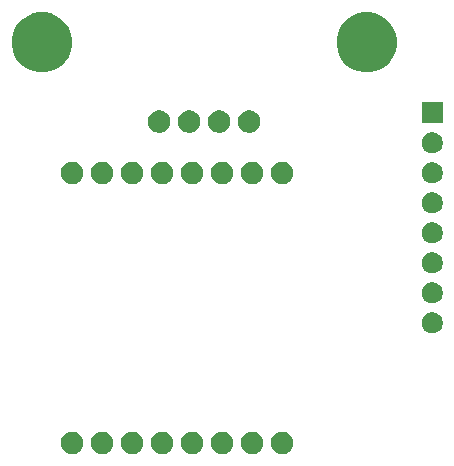
<source format=gbs>
G04 #@! TF.GenerationSoftware,KiCad,Pcbnew,5.1.5+dfsg1-2build2*
G04 #@! TF.CreationDate,2022-05-17T22:25:56-07:00*
G04 #@! TF.ProjectId,v2.2-Dev-Kit,76322e32-2d44-4657-962d-4b69742e6b69,rev?*
G04 #@! TF.SameCoordinates,Original*
G04 #@! TF.FileFunction,Soldermask,Bot*
G04 #@! TF.FilePolarity,Negative*
%FSLAX46Y46*%
G04 Gerber Fmt 4.6, Leading zero omitted, Abs format (unit mm)*
G04 Created by KiCad (PCBNEW 5.1.5+dfsg1-2build2) date 2022-05-17 22:25:56*
%MOMM*%
%LPD*%
G04 APERTURE LIST*
%ADD10C,0.150000*%
G04 APERTURE END LIST*
D10*
G36*
X6881395Y-8991546D02*
G01*
X7054466Y-9063234D01*
X7054467Y-9063235D01*
X7210227Y-9167310D01*
X7342690Y-9299773D01*
X7342691Y-9299775D01*
X7446766Y-9455534D01*
X7518454Y-9628605D01*
X7555000Y-9812333D01*
X7555000Y-9999667D01*
X7518454Y-10183395D01*
X7446766Y-10356466D01*
X7446765Y-10356467D01*
X7342690Y-10512227D01*
X7210227Y-10644690D01*
X7131818Y-10697081D01*
X7054466Y-10748766D01*
X6881395Y-10820454D01*
X6697667Y-10857000D01*
X6510333Y-10857000D01*
X6326605Y-10820454D01*
X6153534Y-10748766D01*
X6076182Y-10697081D01*
X5997773Y-10644690D01*
X5865310Y-10512227D01*
X5761235Y-10356467D01*
X5761234Y-10356466D01*
X5689546Y-10183395D01*
X5653000Y-9999667D01*
X5653000Y-9812333D01*
X5689546Y-9628605D01*
X5761234Y-9455534D01*
X5865309Y-9299775D01*
X5865310Y-9299773D01*
X5997773Y-9167310D01*
X6153533Y-9063235D01*
X6153534Y-9063234D01*
X6326605Y-8991546D01*
X6510333Y-8955000D01*
X6697667Y-8955000D01*
X6881395Y-8991546D01*
G37*
G36*
X1801395Y-8991546D02*
G01*
X1974466Y-9063234D01*
X1974467Y-9063235D01*
X2130227Y-9167310D01*
X2262690Y-9299773D01*
X2262691Y-9299775D01*
X2366766Y-9455534D01*
X2438454Y-9628605D01*
X2475000Y-9812333D01*
X2475000Y-9999667D01*
X2438454Y-10183395D01*
X2366766Y-10356466D01*
X2366765Y-10356467D01*
X2262690Y-10512227D01*
X2130227Y-10644690D01*
X2051818Y-10697081D01*
X1974466Y-10748766D01*
X1801395Y-10820454D01*
X1617667Y-10857000D01*
X1430333Y-10857000D01*
X1246605Y-10820454D01*
X1073534Y-10748766D01*
X996182Y-10697081D01*
X917773Y-10644690D01*
X785310Y-10512227D01*
X681235Y-10356467D01*
X681234Y-10356466D01*
X609546Y-10183395D01*
X573000Y-9999667D01*
X573000Y-9812333D01*
X609546Y-9628605D01*
X681234Y-9455534D01*
X785309Y-9299775D01*
X785310Y-9299773D01*
X917773Y-9167310D01*
X1073533Y-9063235D01*
X1073534Y-9063234D01*
X1246605Y-8991546D01*
X1430333Y-8955000D01*
X1617667Y-8955000D01*
X1801395Y-8991546D01*
G37*
G36*
X-738605Y-8991546D02*
G01*
X-565534Y-9063234D01*
X-565533Y-9063235D01*
X-409773Y-9167310D01*
X-277310Y-9299773D01*
X-277309Y-9299775D01*
X-173234Y-9455534D01*
X-101546Y-9628605D01*
X-65000Y-9812333D01*
X-65000Y-9999667D01*
X-101546Y-10183395D01*
X-173234Y-10356466D01*
X-173235Y-10356467D01*
X-277310Y-10512227D01*
X-409773Y-10644690D01*
X-488182Y-10697081D01*
X-565534Y-10748766D01*
X-738605Y-10820454D01*
X-922333Y-10857000D01*
X-1109667Y-10857000D01*
X-1293395Y-10820454D01*
X-1466466Y-10748766D01*
X-1543818Y-10697081D01*
X-1622227Y-10644690D01*
X-1754690Y-10512227D01*
X-1858765Y-10356467D01*
X-1858766Y-10356466D01*
X-1930454Y-10183395D01*
X-1967000Y-9999667D01*
X-1967000Y-9812333D01*
X-1930454Y-9628605D01*
X-1858766Y-9455534D01*
X-1754691Y-9299775D01*
X-1754690Y-9299773D01*
X-1622227Y-9167310D01*
X-1466467Y-9063235D01*
X-1466466Y-9063234D01*
X-1293395Y-8991546D01*
X-1109667Y-8955000D01*
X-922333Y-8955000D01*
X-738605Y-8991546D01*
G37*
G36*
X-3278605Y-8991546D02*
G01*
X-3105534Y-9063234D01*
X-3105533Y-9063235D01*
X-2949773Y-9167310D01*
X-2817310Y-9299773D01*
X-2817309Y-9299775D01*
X-2713234Y-9455534D01*
X-2641546Y-9628605D01*
X-2605000Y-9812333D01*
X-2605000Y-9999667D01*
X-2641546Y-10183395D01*
X-2713234Y-10356466D01*
X-2713235Y-10356467D01*
X-2817310Y-10512227D01*
X-2949773Y-10644690D01*
X-3028182Y-10697081D01*
X-3105534Y-10748766D01*
X-3278605Y-10820454D01*
X-3462333Y-10857000D01*
X-3649667Y-10857000D01*
X-3833395Y-10820454D01*
X-4006466Y-10748766D01*
X-4083818Y-10697081D01*
X-4162227Y-10644690D01*
X-4294690Y-10512227D01*
X-4398765Y-10356467D01*
X-4398766Y-10356466D01*
X-4470454Y-10183395D01*
X-4507000Y-9999667D01*
X-4507000Y-9812333D01*
X-4470454Y-9628605D01*
X-4398766Y-9455534D01*
X-4294691Y-9299775D01*
X-4294690Y-9299773D01*
X-4162227Y-9167310D01*
X-4006467Y-9063235D01*
X-4006466Y-9063234D01*
X-3833395Y-8991546D01*
X-3649667Y-8955000D01*
X-3462333Y-8955000D01*
X-3278605Y-8991546D01*
G37*
G36*
X-5818605Y-8991546D02*
G01*
X-5645534Y-9063234D01*
X-5645533Y-9063235D01*
X-5489773Y-9167310D01*
X-5357310Y-9299773D01*
X-5357309Y-9299775D01*
X-5253234Y-9455534D01*
X-5181546Y-9628605D01*
X-5145000Y-9812333D01*
X-5145000Y-9999667D01*
X-5181546Y-10183395D01*
X-5253234Y-10356466D01*
X-5253235Y-10356467D01*
X-5357310Y-10512227D01*
X-5489773Y-10644690D01*
X-5568182Y-10697081D01*
X-5645534Y-10748766D01*
X-5818605Y-10820454D01*
X-6002333Y-10857000D01*
X-6189667Y-10857000D01*
X-6373395Y-10820454D01*
X-6546466Y-10748766D01*
X-6623818Y-10697081D01*
X-6702227Y-10644690D01*
X-6834690Y-10512227D01*
X-6938765Y-10356467D01*
X-6938766Y-10356466D01*
X-7010454Y-10183395D01*
X-7047000Y-9999667D01*
X-7047000Y-9812333D01*
X-7010454Y-9628605D01*
X-6938766Y-9455534D01*
X-6834691Y-9299775D01*
X-6834690Y-9299773D01*
X-6702227Y-9167310D01*
X-6546467Y-9063235D01*
X-6546466Y-9063234D01*
X-6373395Y-8991546D01*
X-6189667Y-8955000D01*
X-6002333Y-8955000D01*
X-5818605Y-8991546D01*
G37*
G36*
X-8358605Y-8991546D02*
G01*
X-8185534Y-9063234D01*
X-8185533Y-9063235D01*
X-8029773Y-9167310D01*
X-7897310Y-9299773D01*
X-7897309Y-9299775D01*
X-7793234Y-9455534D01*
X-7721546Y-9628605D01*
X-7685000Y-9812333D01*
X-7685000Y-9999667D01*
X-7721546Y-10183395D01*
X-7793234Y-10356466D01*
X-7793235Y-10356467D01*
X-7897310Y-10512227D01*
X-8029773Y-10644690D01*
X-8108182Y-10697081D01*
X-8185534Y-10748766D01*
X-8358605Y-10820454D01*
X-8542333Y-10857000D01*
X-8729667Y-10857000D01*
X-8913395Y-10820454D01*
X-9086466Y-10748766D01*
X-9163818Y-10697081D01*
X-9242227Y-10644690D01*
X-9374690Y-10512227D01*
X-9478765Y-10356467D01*
X-9478766Y-10356466D01*
X-9550454Y-10183395D01*
X-9587000Y-9999667D01*
X-9587000Y-9812333D01*
X-9550454Y-9628605D01*
X-9478766Y-9455534D01*
X-9374691Y-9299775D01*
X-9374690Y-9299773D01*
X-9242227Y-9167310D01*
X-9086467Y-9063235D01*
X-9086466Y-9063234D01*
X-8913395Y-8991546D01*
X-8729667Y-8955000D01*
X-8542333Y-8955000D01*
X-8358605Y-8991546D01*
G37*
G36*
X-10898605Y-8991546D02*
G01*
X-10725534Y-9063234D01*
X-10725533Y-9063235D01*
X-10569773Y-9167310D01*
X-10437310Y-9299773D01*
X-10437309Y-9299775D01*
X-10333234Y-9455534D01*
X-10261546Y-9628605D01*
X-10225000Y-9812333D01*
X-10225000Y-9999667D01*
X-10261546Y-10183395D01*
X-10333234Y-10356466D01*
X-10333235Y-10356467D01*
X-10437310Y-10512227D01*
X-10569773Y-10644690D01*
X-10648182Y-10697081D01*
X-10725534Y-10748766D01*
X-10898605Y-10820454D01*
X-11082333Y-10857000D01*
X-11269667Y-10857000D01*
X-11453395Y-10820454D01*
X-11626466Y-10748766D01*
X-11703818Y-10697081D01*
X-11782227Y-10644690D01*
X-11914690Y-10512227D01*
X-12018765Y-10356467D01*
X-12018766Y-10356466D01*
X-12090454Y-10183395D01*
X-12127000Y-9999667D01*
X-12127000Y-9812333D01*
X-12090454Y-9628605D01*
X-12018766Y-9455534D01*
X-11914691Y-9299775D01*
X-11914690Y-9299773D01*
X-11782227Y-9167310D01*
X-11626467Y-9063235D01*
X-11626466Y-9063234D01*
X-11453395Y-8991546D01*
X-11269667Y-8955000D01*
X-11082333Y-8955000D01*
X-10898605Y-8991546D01*
G37*
G36*
X4341395Y-8991546D02*
G01*
X4514466Y-9063234D01*
X4514467Y-9063235D01*
X4670227Y-9167310D01*
X4802690Y-9299773D01*
X4802691Y-9299775D01*
X4906766Y-9455534D01*
X4978454Y-9628605D01*
X5015000Y-9812333D01*
X5015000Y-9999667D01*
X4978454Y-10183395D01*
X4906766Y-10356466D01*
X4906765Y-10356467D01*
X4802690Y-10512227D01*
X4670227Y-10644690D01*
X4591818Y-10697081D01*
X4514466Y-10748766D01*
X4341395Y-10820454D01*
X4157667Y-10857000D01*
X3970333Y-10857000D01*
X3786605Y-10820454D01*
X3613534Y-10748766D01*
X3536182Y-10697081D01*
X3457773Y-10644690D01*
X3325310Y-10512227D01*
X3221235Y-10356467D01*
X3221234Y-10356466D01*
X3149546Y-10183395D01*
X3113000Y-9999667D01*
X3113000Y-9812333D01*
X3149546Y-9628605D01*
X3221234Y-9455534D01*
X3325309Y-9299775D01*
X3325310Y-9299773D01*
X3457773Y-9167310D01*
X3613533Y-9063235D01*
X3613534Y-9063234D01*
X3786605Y-8991546D01*
X3970333Y-8955000D01*
X4157667Y-8955000D01*
X4341395Y-8991546D01*
G37*
G36*
X19417512Y1150073D02*
G01*
X19566812Y1120376D01*
X19730784Y1052456D01*
X19878354Y953853D01*
X20003853Y828354D01*
X20102456Y680784D01*
X20170376Y516812D01*
X20205000Y342741D01*
X20205000Y165259D01*
X20170376Y-8812D01*
X20102456Y-172784D01*
X20003853Y-320354D01*
X19878354Y-445853D01*
X19730784Y-544456D01*
X19566812Y-612376D01*
X19417512Y-642073D01*
X19392742Y-647000D01*
X19215258Y-647000D01*
X19190488Y-642073D01*
X19041188Y-612376D01*
X18877216Y-544456D01*
X18729646Y-445853D01*
X18604147Y-320354D01*
X18505544Y-172784D01*
X18437624Y-8812D01*
X18403000Y165259D01*
X18403000Y342741D01*
X18437624Y516812D01*
X18505544Y680784D01*
X18604147Y828354D01*
X18729646Y953853D01*
X18877216Y1052456D01*
X19041188Y1120376D01*
X19190488Y1150073D01*
X19215258Y1155000D01*
X19392742Y1155000D01*
X19417512Y1150073D01*
G37*
G36*
X19417512Y3690073D02*
G01*
X19566812Y3660376D01*
X19730784Y3592456D01*
X19878354Y3493853D01*
X20003853Y3368354D01*
X20102456Y3220784D01*
X20170376Y3056812D01*
X20205000Y2882741D01*
X20205000Y2705259D01*
X20170376Y2531188D01*
X20102456Y2367216D01*
X20003853Y2219646D01*
X19878354Y2094147D01*
X19730784Y1995544D01*
X19566812Y1927624D01*
X19417512Y1897927D01*
X19392742Y1893000D01*
X19215258Y1893000D01*
X19190488Y1897927D01*
X19041188Y1927624D01*
X18877216Y1995544D01*
X18729646Y2094147D01*
X18604147Y2219646D01*
X18505544Y2367216D01*
X18437624Y2531188D01*
X18403000Y2705259D01*
X18403000Y2882741D01*
X18437624Y3056812D01*
X18505544Y3220784D01*
X18604147Y3368354D01*
X18729646Y3493853D01*
X18877216Y3592456D01*
X19041188Y3660376D01*
X19190488Y3690073D01*
X19215258Y3695000D01*
X19392742Y3695000D01*
X19417512Y3690073D01*
G37*
G36*
X19417512Y6230073D02*
G01*
X19566812Y6200376D01*
X19730784Y6132456D01*
X19878354Y6033853D01*
X20003853Y5908354D01*
X20102456Y5760784D01*
X20170376Y5596812D01*
X20205000Y5422741D01*
X20205000Y5245259D01*
X20170376Y5071188D01*
X20102456Y4907216D01*
X20003853Y4759646D01*
X19878354Y4634147D01*
X19730784Y4535544D01*
X19566812Y4467624D01*
X19417512Y4437927D01*
X19392742Y4433000D01*
X19215258Y4433000D01*
X19190488Y4437927D01*
X19041188Y4467624D01*
X18877216Y4535544D01*
X18729646Y4634147D01*
X18604147Y4759646D01*
X18505544Y4907216D01*
X18437624Y5071188D01*
X18403000Y5245259D01*
X18403000Y5422741D01*
X18437624Y5596812D01*
X18505544Y5760784D01*
X18604147Y5908354D01*
X18729646Y6033853D01*
X18877216Y6132456D01*
X19041188Y6200376D01*
X19190488Y6230073D01*
X19215258Y6235000D01*
X19392742Y6235000D01*
X19417512Y6230073D01*
G37*
G36*
X19417512Y8770073D02*
G01*
X19566812Y8740376D01*
X19730784Y8672456D01*
X19878354Y8573853D01*
X20003853Y8448354D01*
X20102456Y8300784D01*
X20170376Y8136812D01*
X20205000Y7962741D01*
X20205000Y7785259D01*
X20170376Y7611188D01*
X20102456Y7447216D01*
X20003853Y7299646D01*
X19878354Y7174147D01*
X19730784Y7075544D01*
X19566812Y7007624D01*
X19417512Y6977927D01*
X19392742Y6973000D01*
X19215258Y6973000D01*
X19190488Y6977927D01*
X19041188Y7007624D01*
X18877216Y7075544D01*
X18729646Y7174147D01*
X18604147Y7299646D01*
X18505544Y7447216D01*
X18437624Y7611188D01*
X18403000Y7785259D01*
X18403000Y7962741D01*
X18437624Y8136812D01*
X18505544Y8300784D01*
X18604147Y8448354D01*
X18729646Y8573853D01*
X18877216Y8672456D01*
X19041188Y8740376D01*
X19190488Y8770073D01*
X19215258Y8775000D01*
X19392742Y8775000D01*
X19417512Y8770073D01*
G37*
G36*
X19417512Y11310073D02*
G01*
X19566812Y11280376D01*
X19730784Y11212456D01*
X19878354Y11113853D01*
X20003853Y10988354D01*
X20102456Y10840784D01*
X20170376Y10676812D01*
X20205000Y10502741D01*
X20205000Y10325259D01*
X20170376Y10151188D01*
X20102456Y9987216D01*
X20003853Y9839646D01*
X19878354Y9714147D01*
X19730784Y9615544D01*
X19566812Y9547624D01*
X19417512Y9517927D01*
X19392742Y9513000D01*
X19215258Y9513000D01*
X19190488Y9517927D01*
X19041188Y9547624D01*
X18877216Y9615544D01*
X18729646Y9714147D01*
X18604147Y9839646D01*
X18505544Y9987216D01*
X18437624Y10151188D01*
X18403000Y10325259D01*
X18403000Y10502741D01*
X18437624Y10676812D01*
X18505544Y10840784D01*
X18604147Y10988354D01*
X18729646Y11113853D01*
X18877216Y11212456D01*
X19041188Y11280376D01*
X19190488Y11310073D01*
X19215258Y11315000D01*
X19392742Y11315000D01*
X19417512Y11310073D01*
G37*
G36*
X4341395Y13868454D02*
G01*
X4514466Y13796766D01*
X4514467Y13796765D01*
X4670227Y13692690D01*
X4802690Y13560227D01*
X4802691Y13560225D01*
X4906766Y13404466D01*
X4978454Y13231395D01*
X5015000Y13047667D01*
X5015000Y12860333D01*
X4978454Y12676605D01*
X4906766Y12503534D01*
X4906765Y12503533D01*
X4802690Y12347773D01*
X4670227Y12215310D01*
X4591818Y12162919D01*
X4514466Y12111234D01*
X4341395Y12039546D01*
X4157667Y12003000D01*
X3970333Y12003000D01*
X3786605Y12039546D01*
X3613534Y12111234D01*
X3536182Y12162919D01*
X3457773Y12215310D01*
X3325310Y12347773D01*
X3221235Y12503533D01*
X3221234Y12503534D01*
X3149546Y12676605D01*
X3113000Y12860333D01*
X3113000Y13047667D01*
X3149546Y13231395D01*
X3221234Y13404466D01*
X3325309Y13560225D01*
X3325310Y13560227D01*
X3457773Y13692690D01*
X3613533Y13796765D01*
X3613534Y13796766D01*
X3786605Y13868454D01*
X3970333Y13905000D01*
X4157667Y13905000D01*
X4341395Y13868454D01*
G37*
G36*
X-10898605Y13868454D02*
G01*
X-10725534Y13796766D01*
X-10725533Y13796765D01*
X-10569773Y13692690D01*
X-10437310Y13560227D01*
X-10437309Y13560225D01*
X-10333234Y13404466D01*
X-10261546Y13231395D01*
X-10225000Y13047667D01*
X-10225000Y12860333D01*
X-10261546Y12676605D01*
X-10333234Y12503534D01*
X-10333235Y12503533D01*
X-10437310Y12347773D01*
X-10569773Y12215310D01*
X-10648182Y12162919D01*
X-10725534Y12111234D01*
X-10898605Y12039546D01*
X-11082333Y12003000D01*
X-11269667Y12003000D01*
X-11453395Y12039546D01*
X-11626466Y12111234D01*
X-11703818Y12162919D01*
X-11782227Y12215310D01*
X-11914690Y12347773D01*
X-12018765Y12503533D01*
X-12018766Y12503534D01*
X-12090454Y12676605D01*
X-12127000Y12860333D01*
X-12127000Y13047667D01*
X-12090454Y13231395D01*
X-12018766Y13404466D01*
X-11914691Y13560225D01*
X-11914690Y13560227D01*
X-11782227Y13692690D01*
X-11626467Y13796765D01*
X-11626466Y13796766D01*
X-11453395Y13868454D01*
X-11269667Y13905000D01*
X-11082333Y13905000D01*
X-10898605Y13868454D01*
G37*
G36*
X-738605Y13868454D02*
G01*
X-565534Y13796766D01*
X-565533Y13796765D01*
X-409773Y13692690D01*
X-277310Y13560227D01*
X-277309Y13560225D01*
X-173234Y13404466D01*
X-101546Y13231395D01*
X-65000Y13047667D01*
X-65000Y12860333D01*
X-101546Y12676605D01*
X-173234Y12503534D01*
X-173235Y12503533D01*
X-277310Y12347773D01*
X-409773Y12215310D01*
X-488182Y12162919D01*
X-565534Y12111234D01*
X-738605Y12039546D01*
X-922333Y12003000D01*
X-1109667Y12003000D01*
X-1293395Y12039546D01*
X-1466466Y12111234D01*
X-1543818Y12162919D01*
X-1622227Y12215310D01*
X-1754690Y12347773D01*
X-1858765Y12503533D01*
X-1858766Y12503534D01*
X-1930454Y12676605D01*
X-1967000Y12860333D01*
X-1967000Y13047667D01*
X-1930454Y13231395D01*
X-1858766Y13404466D01*
X-1754691Y13560225D01*
X-1754690Y13560227D01*
X-1622227Y13692690D01*
X-1466467Y13796765D01*
X-1466466Y13796766D01*
X-1293395Y13868454D01*
X-1109667Y13905000D01*
X-922333Y13905000D01*
X-738605Y13868454D01*
G37*
G36*
X-8358605Y13868454D02*
G01*
X-8185534Y13796766D01*
X-8185533Y13796765D01*
X-8029773Y13692690D01*
X-7897310Y13560227D01*
X-7897309Y13560225D01*
X-7793234Y13404466D01*
X-7721546Y13231395D01*
X-7685000Y13047667D01*
X-7685000Y12860333D01*
X-7721546Y12676605D01*
X-7793234Y12503534D01*
X-7793235Y12503533D01*
X-7897310Y12347773D01*
X-8029773Y12215310D01*
X-8108182Y12162919D01*
X-8185534Y12111234D01*
X-8358605Y12039546D01*
X-8542333Y12003000D01*
X-8729667Y12003000D01*
X-8913395Y12039546D01*
X-9086466Y12111234D01*
X-9163818Y12162919D01*
X-9242227Y12215310D01*
X-9374690Y12347773D01*
X-9478765Y12503533D01*
X-9478766Y12503534D01*
X-9550454Y12676605D01*
X-9587000Y12860333D01*
X-9587000Y13047667D01*
X-9550454Y13231395D01*
X-9478766Y13404466D01*
X-9374691Y13560225D01*
X-9374690Y13560227D01*
X-9242227Y13692690D01*
X-9086467Y13796765D01*
X-9086466Y13796766D01*
X-8913395Y13868454D01*
X-8729667Y13905000D01*
X-8542333Y13905000D01*
X-8358605Y13868454D01*
G37*
G36*
X-5818605Y13868454D02*
G01*
X-5645534Y13796766D01*
X-5645533Y13796765D01*
X-5489773Y13692690D01*
X-5357310Y13560227D01*
X-5357309Y13560225D01*
X-5253234Y13404466D01*
X-5181546Y13231395D01*
X-5145000Y13047667D01*
X-5145000Y12860333D01*
X-5181546Y12676605D01*
X-5253234Y12503534D01*
X-5253235Y12503533D01*
X-5357310Y12347773D01*
X-5489773Y12215310D01*
X-5568182Y12162919D01*
X-5645534Y12111234D01*
X-5818605Y12039546D01*
X-6002333Y12003000D01*
X-6189667Y12003000D01*
X-6373395Y12039546D01*
X-6546466Y12111234D01*
X-6623818Y12162919D01*
X-6702227Y12215310D01*
X-6834690Y12347773D01*
X-6938765Y12503533D01*
X-6938766Y12503534D01*
X-7010454Y12676605D01*
X-7047000Y12860333D01*
X-7047000Y13047667D01*
X-7010454Y13231395D01*
X-6938766Y13404466D01*
X-6834691Y13560225D01*
X-6834690Y13560227D01*
X-6702227Y13692690D01*
X-6546467Y13796765D01*
X-6546466Y13796766D01*
X-6373395Y13868454D01*
X-6189667Y13905000D01*
X-6002333Y13905000D01*
X-5818605Y13868454D01*
G37*
G36*
X-3278605Y13868454D02*
G01*
X-3105534Y13796766D01*
X-3105533Y13796765D01*
X-2949773Y13692690D01*
X-2817310Y13560227D01*
X-2817309Y13560225D01*
X-2713234Y13404466D01*
X-2641546Y13231395D01*
X-2605000Y13047667D01*
X-2605000Y12860333D01*
X-2641546Y12676605D01*
X-2713234Y12503534D01*
X-2713235Y12503533D01*
X-2817310Y12347773D01*
X-2949773Y12215310D01*
X-3028182Y12162919D01*
X-3105534Y12111234D01*
X-3278605Y12039546D01*
X-3462333Y12003000D01*
X-3649667Y12003000D01*
X-3833395Y12039546D01*
X-4006466Y12111234D01*
X-4083818Y12162919D01*
X-4162227Y12215310D01*
X-4294690Y12347773D01*
X-4398765Y12503533D01*
X-4398766Y12503534D01*
X-4470454Y12676605D01*
X-4507000Y12860333D01*
X-4507000Y13047667D01*
X-4470454Y13231395D01*
X-4398766Y13404466D01*
X-4294691Y13560225D01*
X-4294690Y13560227D01*
X-4162227Y13692690D01*
X-4006467Y13796765D01*
X-4006466Y13796766D01*
X-3833395Y13868454D01*
X-3649667Y13905000D01*
X-3462333Y13905000D01*
X-3278605Y13868454D01*
G37*
G36*
X1801395Y13868454D02*
G01*
X1974466Y13796766D01*
X1974467Y13796765D01*
X2130227Y13692690D01*
X2262690Y13560227D01*
X2262691Y13560225D01*
X2366766Y13404466D01*
X2438454Y13231395D01*
X2475000Y13047667D01*
X2475000Y12860333D01*
X2438454Y12676605D01*
X2366766Y12503534D01*
X2366765Y12503533D01*
X2262690Y12347773D01*
X2130227Y12215310D01*
X2051818Y12162919D01*
X1974466Y12111234D01*
X1801395Y12039546D01*
X1617667Y12003000D01*
X1430333Y12003000D01*
X1246605Y12039546D01*
X1073534Y12111234D01*
X996182Y12162919D01*
X917773Y12215310D01*
X785310Y12347773D01*
X681235Y12503533D01*
X681234Y12503534D01*
X609546Y12676605D01*
X573000Y12860333D01*
X573000Y13047667D01*
X609546Y13231395D01*
X681234Y13404466D01*
X785309Y13560225D01*
X785310Y13560227D01*
X917773Y13692690D01*
X1073533Y13796765D01*
X1073534Y13796766D01*
X1246605Y13868454D01*
X1430333Y13905000D01*
X1617667Y13905000D01*
X1801395Y13868454D01*
G37*
G36*
X6881395Y13868454D02*
G01*
X7054466Y13796766D01*
X7054467Y13796765D01*
X7210227Y13692690D01*
X7342690Y13560227D01*
X7342691Y13560225D01*
X7446766Y13404466D01*
X7518454Y13231395D01*
X7555000Y13047667D01*
X7555000Y12860333D01*
X7518454Y12676605D01*
X7446766Y12503534D01*
X7446765Y12503533D01*
X7342690Y12347773D01*
X7210227Y12215310D01*
X7131818Y12162919D01*
X7054466Y12111234D01*
X6881395Y12039546D01*
X6697667Y12003000D01*
X6510333Y12003000D01*
X6326605Y12039546D01*
X6153534Y12111234D01*
X6076182Y12162919D01*
X5997773Y12215310D01*
X5865310Y12347773D01*
X5761235Y12503533D01*
X5761234Y12503534D01*
X5689546Y12676605D01*
X5653000Y12860333D01*
X5653000Y13047667D01*
X5689546Y13231395D01*
X5761234Y13404466D01*
X5865309Y13560225D01*
X5865310Y13560227D01*
X5997773Y13692690D01*
X6153533Y13796765D01*
X6153534Y13796766D01*
X6326605Y13868454D01*
X6510333Y13905000D01*
X6697667Y13905000D01*
X6881395Y13868454D01*
G37*
G36*
X19417512Y13850073D02*
G01*
X19566812Y13820376D01*
X19730784Y13752456D01*
X19878354Y13653853D01*
X20003853Y13528354D01*
X20102456Y13380784D01*
X20170376Y13216812D01*
X20205000Y13042741D01*
X20205000Y12865259D01*
X20170376Y12691188D01*
X20102456Y12527216D01*
X20003853Y12379646D01*
X19878354Y12254147D01*
X19730784Y12155544D01*
X19566812Y12087624D01*
X19417512Y12057927D01*
X19392742Y12053000D01*
X19215258Y12053000D01*
X19190488Y12057927D01*
X19041188Y12087624D01*
X18877216Y12155544D01*
X18729646Y12254147D01*
X18604147Y12379646D01*
X18505544Y12527216D01*
X18437624Y12691188D01*
X18403000Y12865259D01*
X18403000Y13042741D01*
X18437624Y13216812D01*
X18505544Y13380784D01*
X18604147Y13528354D01*
X18729646Y13653853D01*
X18877216Y13752456D01*
X19041188Y13820376D01*
X19190488Y13850073D01*
X19215258Y13855000D01*
X19392742Y13855000D01*
X19417512Y13850073D01*
G37*
G36*
X19417512Y16390073D02*
G01*
X19566812Y16360376D01*
X19730784Y16292456D01*
X19878354Y16193853D01*
X20003853Y16068354D01*
X20102456Y15920784D01*
X20170376Y15756812D01*
X20205000Y15582741D01*
X20205000Y15405259D01*
X20170376Y15231188D01*
X20102456Y15067216D01*
X20003853Y14919646D01*
X19878354Y14794147D01*
X19730784Y14695544D01*
X19566812Y14627624D01*
X19417512Y14597927D01*
X19392742Y14593000D01*
X19215258Y14593000D01*
X19190488Y14597927D01*
X19041188Y14627624D01*
X18877216Y14695544D01*
X18729646Y14794147D01*
X18604147Y14919646D01*
X18505544Y15067216D01*
X18437624Y15231188D01*
X18403000Y15405259D01*
X18403000Y15582741D01*
X18437624Y15756812D01*
X18505544Y15920784D01*
X18604147Y16068354D01*
X18729646Y16193853D01*
X18877216Y16292456D01*
X19041188Y16360376D01*
X19190488Y16390073D01*
X19215258Y16395000D01*
X19392742Y16395000D01*
X19417512Y16390073D01*
G37*
G36*
X4087395Y18204454D02*
G01*
X4260466Y18132766D01*
X4260467Y18132765D01*
X4416227Y18028690D01*
X4548690Y17896227D01*
X4548691Y17896225D01*
X4652766Y17740466D01*
X4724454Y17567395D01*
X4761000Y17383667D01*
X4761000Y17196333D01*
X4724454Y17012605D01*
X4652766Y16839534D01*
X4652765Y16839533D01*
X4548690Y16683773D01*
X4416227Y16551310D01*
X4337818Y16498919D01*
X4260466Y16447234D01*
X4087395Y16375546D01*
X3903667Y16339000D01*
X3716333Y16339000D01*
X3532605Y16375546D01*
X3359534Y16447234D01*
X3282182Y16498919D01*
X3203773Y16551310D01*
X3071310Y16683773D01*
X2967235Y16839533D01*
X2967234Y16839534D01*
X2895546Y17012605D01*
X2859000Y17196333D01*
X2859000Y17383667D01*
X2895546Y17567395D01*
X2967234Y17740466D01*
X3071309Y17896225D01*
X3071310Y17896227D01*
X3203773Y18028690D01*
X3359533Y18132765D01*
X3359534Y18132766D01*
X3532605Y18204454D01*
X3716333Y18241000D01*
X3903667Y18241000D01*
X4087395Y18204454D01*
G37*
G36*
X1547395Y18204454D02*
G01*
X1720466Y18132766D01*
X1720467Y18132765D01*
X1876227Y18028690D01*
X2008690Y17896227D01*
X2008691Y17896225D01*
X2112766Y17740466D01*
X2184454Y17567395D01*
X2221000Y17383667D01*
X2221000Y17196333D01*
X2184454Y17012605D01*
X2112766Y16839534D01*
X2112765Y16839533D01*
X2008690Y16683773D01*
X1876227Y16551310D01*
X1797818Y16498919D01*
X1720466Y16447234D01*
X1547395Y16375546D01*
X1363667Y16339000D01*
X1176333Y16339000D01*
X992605Y16375546D01*
X819534Y16447234D01*
X742182Y16498919D01*
X663773Y16551310D01*
X531310Y16683773D01*
X427235Y16839533D01*
X427234Y16839534D01*
X355546Y17012605D01*
X319000Y17196333D01*
X319000Y17383667D01*
X355546Y17567395D01*
X427234Y17740466D01*
X531309Y17896225D01*
X531310Y17896227D01*
X663773Y18028690D01*
X819533Y18132765D01*
X819534Y18132766D01*
X992605Y18204454D01*
X1176333Y18241000D01*
X1363667Y18241000D01*
X1547395Y18204454D01*
G37*
G36*
X-3532605Y18204454D02*
G01*
X-3359534Y18132766D01*
X-3359533Y18132765D01*
X-3203773Y18028690D01*
X-3071310Y17896227D01*
X-3071309Y17896225D01*
X-2967234Y17740466D01*
X-2895546Y17567395D01*
X-2859000Y17383667D01*
X-2859000Y17196333D01*
X-2895546Y17012605D01*
X-2967234Y16839534D01*
X-2967235Y16839533D01*
X-3071310Y16683773D01*
X-3203773Y16551310D01*
X-3282182Y16498919D01*
X-3359534Y16447234D01*
X-3532605Y16375546D01*
X-3716333Y16339000D01*
X-3903667Y16339000D01*
X-4087395Y16375546D01*
X-4260466Y16447234D01*
X-4337818Y16498919D01*
X-4416227Y16551310D01*
X-4548690Y16683773D01*
X-4652765Y16839533D01*
X-4652766Y16839534D01*
X-4724454Y17012605D01*
X-4761000Y17196333D01*
X-4761000Y17383667D01*
X-4724454Y17567395D01*
X-4652766Y17740466D01*
X-4548691Y17896225D01*
X-4548690Y17896227D01*
X-4416227Y18028690D01*
X-4260467Y18132765D01*
X-4260466Y18132766D01*
X-4087395Y18204454D01*
X-3903667Y18241000D01*
X-3716333Y18241000D01*
X-3532605Y18204454D01*
G37*
G36*
X-992605Y18204454D02*
G01*
X-819534Y18132766D01*
X-819533Y18132765D01*
X-663773Y18028690D01*
X-531310Y17896227D01*
X-531309Y17896225D01*
X-427234Y17740466D01*
X-355546Y17567395D01*
X-319000Y17383667D01*
X-319000Y17196333D01*
X-355546Y17012605D01*
X-427234Y16839534D01*
X-427235Y16839533D01*
X-531310Y16683773D01*
X-663773Y16551310D01*
X-742182Y16498919D01*
X-819534Y16447234D01*
X-992605Y16375546D01*
X-1176333Y16339000D01*
X-1363667Y16339000D01*
X-1547395Y16375546D01*
X-1720466Y16447234D01*
X-1797818Y16498919D01*
X-1876227Y16551310D01*
X-2008690Y16683773D01*
X-2112765Y16839533D01*
X-2112766Y16839534D01*
X-2184454Y17012605D01*
X-2221000Y17196333D01*
X-2221000Y17383667D01*
X-2184454Y17567395D01*
X-2112766Y17740466D01*
X-2008691Y17896225D01*
X-2008690Y17896227D01*
X-1876227Y18028690D01*
X-1720467Y18132765D01*
X-1720466Y18132766D01*
X-1547395Y18204454D01*
X-1363667Y18241000D01*
X-1176333Y18241000D01*
X-992605Y18204454D01*
G37*
G36*
X20205000Y17133000D02*
G01*
X18403000Y17133000D01*
X18403000Y18935000D01*
X20205000Y18935000D01*
X20205000Y17133000D01*
G37*
G36*
X14494098Y26452967D02*
G01*
X14958350Y26260668D01*
X14958352Y26260667D01*
X15376168Y25981491D01*
X15731491Y25626168D01*
X16010667Y25208352D01*
X16010668Y25208350D01*
X16202967Y24744098D01*
X16301000Y24251253D01*
X16301000Y23748747D01*
X16202967Y23255902D01*
X16010668Y22791650D01*
X16010667Y22791648D01*
X15731491Y22373832D01*
X15376168Y22018509D01*
X14958352Y21739333D01*
X14958351Y21739332D01*
X14958350Y21739332D01*
X14494098Y21547033D01*
X14001253Y21449000D01*
X13498747Y21449000D01*
X13005902Y21547033D01*
X12541650Y21739332D01*
X12541649Y21739332D01*
X12541648Y21739333D01*
X12123832Y22018509D01*
X11768509Y22373832D01*
X11489333Y22791648D01*
X11489332Y22791650D01*
X11297033Y23255902D01*
X11199000Y23748747D01*
X11199000Y24251253D01*
X11297033Y24744098D01*
X11489332Y25208350D01*
X11489333Y25208352D01*
X11768509Y25626168D01*
X12123832Y25981491D01*
X12541648Y26260667D01*
X12541650Y26260668D01*
X13005902Y26452967D01*
X13498747Y26551000D01*
X14001253Y26551000D01*
X14494098Y26452967D01*
G37*
G36*
X-13005902Y26452967D02*
G01*
X-12541650Y26260668D01*
X-12541648Y26260667D01*
X-12123832Y25981491D01*
X-11768509Y25626168D01*
X-11489333Y25208352D01*
X-11489332Y25208350D01*
X-11297033Y24744098D01*
X-11199000Y24251253D01*
X-11199000Y23748747D01*
X-11297033Y23255902D01*
X-11489332Y22791650D01*
X-11489333Y22791648D01*
X-11768509Y22373832D01*
X-12123832Y22018509D01*
X-12541648Y21739333D01*
X-12541649Y21739332D01*
X-12541650Y21739332D01*
X-13005902Y21547033D01*
X-13498747Y21449000D01*
X-14001253Y21449000D01*
X-14494098Y21547033D01*
X-14958350Y21739332D01*
X-14958351Y21739332D01*
X-14958352Y21739333D01*
X-15376168Y22018509D01*
X-15731491Y22373832D01*
X-16010667Y22791648D01*
X-16010668Y22791650D01*
X-16202967Y23255902D01*
X-16301000Y23748747D01*
X-16301000Y24251253D01*
X-16202967Y24744098D01*
X-16010668Y25208350D01*
X-16010667Y25208352D01*
X-15731491Y25626168D01*
X-15376168Y25981491D01*
X-14958352Y26260667D01*
X-14958350Y26260668D01*
X-14494098Y26452967D01*
X-14001253Y26551000D01*
X-13498747Y26551000D01*
X-13005902Y26452967D01*
G37*
M02*

</source>
